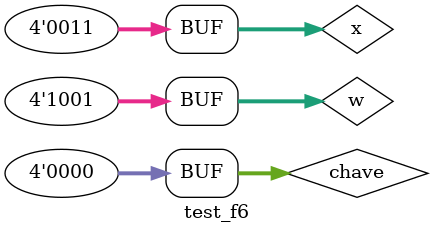
<source format=v>


// f4_gate 

module cx1 (output [3:0] s2, 
			          input [3:0] a, 
			          input [3:0] b, 
			          input [3:0] c); 
 assign s2 = (b & ~c) | (a & c); 
	endmodule // cx1
	
module f4 (output [3:0] s0, 
			  input [3:0] a, 
			  input [3:0] b); 
 assign s0 = (a | b);         
 	endmodule // f4 
	
module f5 (output [3:0] s1, 
			  input [3:0] a, 
			  input [3:0] b); 
 assign s1 = (a & b); 
	endmodule // f3 
	
	module test_f6; 
// ------------------------- definir dados 
	reg [3:0] w; 
	reg [3:0] x; 
	reg [3:0] chave; 
	wire [3:0] g; 
	wire [3:0] h; 
	wire [3:0] j;
	cx1 fox (j, h, g, chave);
	f4 domada (h, x, w); 
	f5 bilara (g, x, w); 
// ------------------------- parte principal 
initial begin 
	$display("Exemplo0032 - Felipe Pacifico - 389868"); 
	$display("Test LU's module"); 
	w = 4'b0011; x = 4'b0101;
	#1 chave = 4'b1111;
	$monitor("%b (& ou |) %b com chave %b = %b", w, x, chave, j); 
	#2 chave = 4'b0000;
	
	w = 4'b0000; x = 4'b0000;
	#1 chave = 4'b1111;
	$monitor("%b (& ou |) %b com chave %b = %b", w, x, chave, j); 
	#2 chave = 4'b0000;
	
	w = 4'b0010; x = 4'b0001;
	#1 chave = 4'b1111;
	$monitor("%b (& ou |) %b com chave %b = %b", w, x, chave, j); 
	#2 chave = 4'b0000;
	
	w = 4'b0001; x = 4'b0011;
	#1 chave = 4'b1111;
	$monitor("%b (& ou |) %b com chave %b = %b", w, x, chave, j); 
	#2 chave = 4'b0000;
	
	w = 4'b0101; x = 4'b0010;
	#1 chave = 4'b1111;
	$monitor("%b (& ou |) %b com chave %b = %b", w, x, chave, j); 
	#2 chave = 4'b0000;
	
	w = 4'b1010; x = 4'b0011;
	#1 chave = 4'b1111;
	$monitor("%b (& ou |) %b com chave %b = %b", w, x, chave, j); 
	#2 chave = 4'b0000;
	
	w = 4'b1001; x = 4'b0011;
	#1 chave = 4'b1111;
	$monitor("%b (& ou |) %b com chave %b = %b", w, x, chave, j); 
	#2 chave = 4'b0000;
end 
endmodule // test_f5 
</source>
